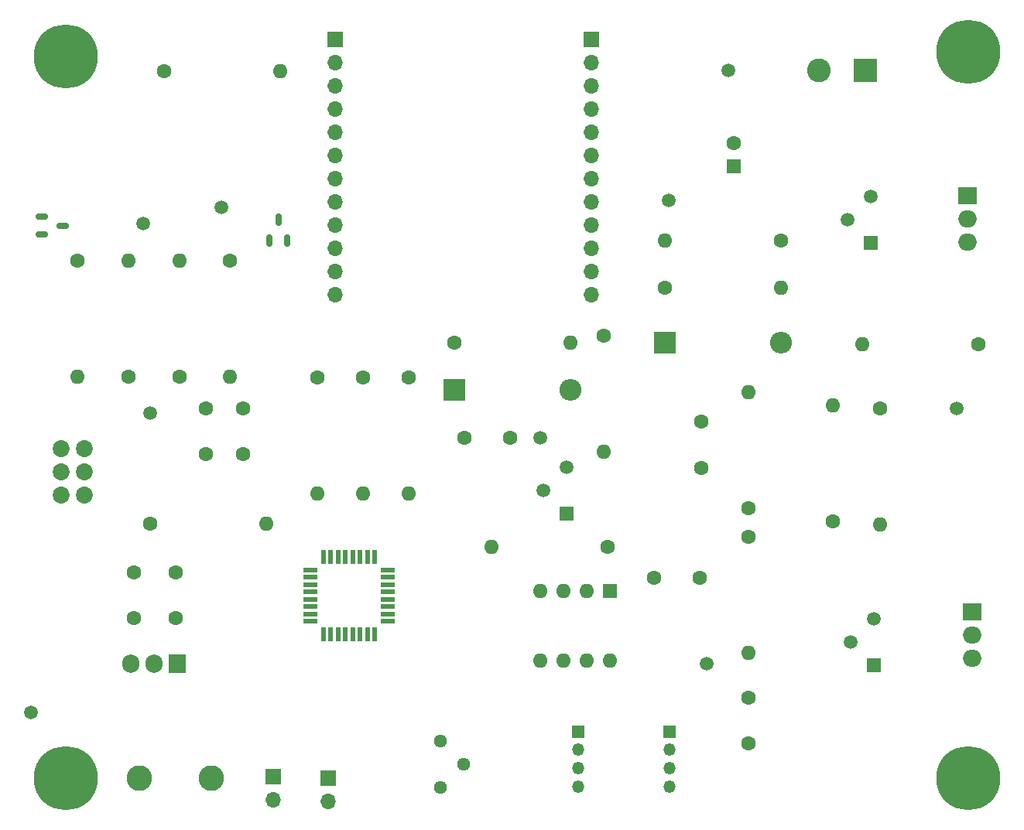
<source format=gts>
%TF.GenerationSoftware,KiCad,Pcbnew,8.0.4*%
%TF.CreationDate,2024-11-25T19:05:08-08:00*%
%TF.ProjectId,Senior Design,53656e69-6f72-4204-9465-7369676e2e6b,rev?*%
%TF.SameCoordinates,Original*%
%TF.FileFunction,Soldermask,Top*%
%TF.FilePolarity,Negative*%
%FSLAX46Y46*%
G04 Gerber Fmt 4.6, Leading zero omitted, Abs format (unit mm)*
G04 Created by KiCad (PCBNEW 8.0.4) date 2024-11-25 19:05:08*
%MOMM*%
%LPD*%
G01*
G04 APERTURE LIST*
G04 Aperture macros list*
%AMRoundRect*
0 Rectangle with rounded corners*
0 $1 Rounding radius*
0 $2 $3 $4 $5 $6 $7 $8 $9 X,Y pos of 4 corners*
0 Add a 4 corners polygon primitive as box body*
4,1,4,$2,$3,$4,$5,$6,$7,$8,$9,$2,$3,0*
0 Add four circle primitives for the rounded corners*
1,1,$1+$1,$2,$3*
1,1,$1+$1,$4,$5*
1,1,$1+$1,$6,$7*
1,1,$1+$1,$8,$9*
0 Add four rect primitives between the rounded corners*
20,1,$1+$1,$2,$3,$4,$5,0*
20,1,$1+$1,$4,$5,$6,$7,0*
20,1,$1+$1,$6,$7,$8,$9,0*
20,1,$1+$1,$8,$9,$2,$3,0*%
G04 Aperture macros list end*
%ADD10C,1.600000*%
%ADD11R,1.350000X1.350000*%
%ADD12O,1.350000X1.350000*%
%ADD13C,1.500000*%
%ADD14R,1.600000X1.600000*%
%ADD15O,1.600000X1.600000*%
%ADD16C,1.854000*%
%ADD17R,1.500000X1.500000*%
%ADD18C,2.800000*%
%ADD19R,2.600000X2.600000*%
%ADD20C,2.600000*%
%ADD21RoundRect,0.150000X0.150000X-0.512500X0.150000X0.512500X-0.150000X0.512500X-0.150000X-0.512500X0*%
%ADD22C,3.900000*%
%ADD23C,7.000000*%
%ADD24R,2.400000X2.400000*%
%ADD25O,2.400000X2.400000*%
%ADD26R,1.700000X1.700000*%
%ADD27O,1.700000X1.700000*%
%ADD28R,0.550000X1.600000*%
%ADD29R,1.600000X0.550000*%
%ADD30R,2.000000X1.905000*%
%ADD31O,2.000000X1.905000*%
%ADD32R,1.905000X2.000000*%
%ADD33O,1.905000X2.000000*%
%ADD34RoundRect,0.150000X-0.512500X-0.150000X0.512500X-0.150000X0.512500X0.150000X-0.512500X0.150000X0*%
%ADD35C,1.440000*%
G04 APERTURE END LIST*
D10*
%TO.C,C3*%
X119900000Y-111600000D03*
X124900000Y-111600000D03*
%TD*%
D11*
%TO.C,J6*%
X121600000Y-128400000D03*
D12*
X121600000Y-130400000D03*
X121600000Y-132400000D03*
X121600000Y-134400000D03*
%TD*%
D13*
%TO.C,TP3*%
X64000000Y-72800000D03*
%TD*%
D14*
%TO.C,C6*%
X128600000Y-66500000D03*
D10*
X128600000Y-64000000D03*
%TD*%
%TO.C,R10*%
X130200000Y-103950000D03*
D15*
X130200000Y-91250000D03*
%TD*%
D10*
%TO.C,R9*%
X88000000Y-89650000D03*
D15*
X88000000Y-102350000D03*
%TD*%
D16*
%TO.C,J4*%
X57540000Y-102500000D03*
X55000000Y-102500000D03*
X57540000Y-99960000D03*
X55000000Y-99960000D03*
X57540000Y-97420000D03*
X55000000Y-97420000D03*
%TD*%
D10*
%TO.C,C9*%
X70866000Y-93004000D03*
X70866000Y-98004000D03*
%TD*%
%TO.C,R14*%
X139400000Y-105350000D03*
D15*
X139400000Y-92650000D03*
%TD*%
D10*
%TO.C,R18*%
X133750000Y-74650000D03*
D15*
X121050000Y-74650000D03*
%TD*%
D10*
%TO.C,R4*%
X62366666Y-89550000D03*
D15*
X62366666Y-76850000D03*
%TD*%
D10*
%TO.C,R6*%
X66294000Y-56134000D03*
D15*
X78994000Y-56134000D03*
%TD*%
D10*
%TO.C,R3*%
X67933332Y-89550000D03*
D15*
X67933332Y-76850000D03*
%TD*%
D17*
%TO.C,Q4*%
X143530000Y-74915000D03*
D13*
X140990000Y-72375000D03*
X143530000Y-69835000D03*
%TD*%
D18*
%TO.C,J1*%
X71400000Y-133500000D03*
%TD*%
D10*
%TO.C,R8*%
X121050000Y-79800000D03*
D15*
X133750000Y-79800000D03*
%TD*%
D19*
%TO.C,J10*%
X143000000Y-56000000D03*
D20*
X137920000Y-56000000D03*
%TD*%
D21*
%TO.C,Q2*%
X77820000Y-74677500D03*
X79720000Y-74677500D03*
X78770000Y-72402500D03*
%TD*%
D10*
%TO.C,R11*%
X130200000Y-107050000D03*
D15*
X130200000Y-119750000D03*
%TD*%
D17*
%TO.C,Q5*%
X143950000Y-121140000D03*
D13*
X141410000Y-118600000D03*
X143950000Y-116060000D03*
%TD*%
D10*
%TO.C,R2*%
X73500000Y-76850000D03*
D15*
X73500000Y-89550000D03*
%TD*%
D10*
%TO.C,R7*%
X83000000Y-89650000D03*
D15*
X83000000Y-102350000D03*
%TD*%
D10*
%TO.C,R1*%
X56800000Y-76850000D03*
D15*
X56800000Y-89550000D03*
%TD*%
D10*
%TO.C,R16*%
X144600000Y-93000000D03*
D15*
X144600000Y-105700000D03*
%TD*%
D22*
%TO.C,H1*%
X55500000Y-54500000D03*
D23*
X55500000Y-54500000D03*
%TD*%
D24*
%TO.C,D2*%
X98050000Y-91000000D03*
D25*
X110750000Y-91000000D03*
%TD*%
D13*
%TO.C,TP4*%
X72500000Y-71000000D03*
%TD*%
D26*
%TO.C,J9*%
X113000000Y-52600000D03*
D27*
X113000000Y-55140000D03*
X113000000Y-57680000D03*
X113000000Y-60220000D03*
X113000000Y-62760000D03*
X113000000Y-65300000D03*
X113000000Y-67840000D03*
X113000000Y-70380000D03*
X113000000Y-72920000D03*
X113000000Y-75460000D03*
X113000000Y-78000000D03*
X113000000Y-80540000D03*
%TD*%
D17*
%TO.C,Q3*%
X110270000Y-104540000D03*
D13*
X107730000Y-102000000D03*
X110270000Y-99460000D03*
%TD*%
D10*
%TO.C,R19*%
X114400000Y-85050000D03*
D15*
X114400000Y-97750000D03*
%TD*%
D10*
%TO.C,C10*%
X125000000Y-99500000D03*
X125000000Y-94500000D03*
%TD*%
D13*
%TO.C,TPQ2*%
X153000000Y-93000000D03*
%TD*%
%TO.C,Analog1*%
X121500000Y-70250000D03*
%TD*%
D10*
%TO.C,R17*%
X155350000Y-86000000D03*
D15*
X142650000Y-86000000D03*
%TD*%
D13*
%TO.C,20v1*%
X125600000Y-121000000D03*
%TD*%
%TO.C,PAOut1*%
X128000000Y-56000000D03*
%TD*%
D10*
%TO.C,C4*%
X99100000Y-96200000D03*
X104100000Y-96200000D03*
%TD*%
D28*
%TO.C,U2*%
X83700000Y-117750000D03*
X84500000Y-117750000D03*
X85300000Y-117750000D03*
X86100000Y-117750000D03*
X86900000Y-117750000D03*
X87700000Y-117750000D03*
X88500000Y-117750000D03*
X89300000Y-117750000D03*
D29*
X90750000Y-116300000D03*
X90750000Y-115500000D03*
X90750000Y-114700000D03*
X90750000Y-113900000D03*
X90750000Y-113100000D03*
X90750000Y-112300000D03*
X90750000Y-111500000D03*
X90750000Y-110700000D03*
D28*
X89300000Y-109250000D03*
X88500000Y-109250000D03*
X87700000Y-109250000D03*
X86900000Y-109250000D03*
X86100000Y-109250000D03*
X85300000Y-109250000D03*
X84500000Y-109250000D03*
X83700000Y-109250000D03*
D29*
X82250000Y-110700000D03*
X82250000Y-111500000D03*
X82250000Y-112300000D03*
X82250000Y-113100000D03*
X82250000Y-113900000D03*
X82250000Y-114700000D03*
X82250000Y-115500000D03*
X82250000Y-116300000D03*
%TD*%
D18*
%TO.C,J2*%
X63600000Y-133500000D03*
%TD*%
D26*
%TO.C,J7*%
X84200000Y-133525000D03*
D27*
X84200000Y-136065000D03*
%TD*%
D26*
%TO.C,J3*%
X78200000Y-133325000D03*
D27*
X78200000Y-135865000D03*
%TD*%
D10*
%TO.C,C5*%
X130200000Y-124700000D03*
X130200000Y-129700000D03*
%TD*%
%TO.C,C8*%
X74916000Y-93004000D03*
X74916000Y-98004000D03*
%TD*%
D30*
%TO.C,Q7*%
X154178000Y-69695000D03*
D31*
X154178000Y-72235000D03*
X154178000Y-74775000D03*
%TD*%
D24*
%TO.C,D1*%
X121050000Y-85800000D03*
D25*
X133750000Y-85800000D03*
%TD*%
D26*
%TO.C,J8*%
X85000000Y-52600000D03*
D27*
X85000000Y-55140000D03*
X85000000Y-57680000D03*
X85000000Y-60220000D03*
X85000000Y-62760000D03*
X85000000Y-65300000D03*
X85000000Y-67840000D03*
X85000000Y-70380000D03*
X85000000Y-72920000D03*
X85000000Y-75460000D03*
X85000000Y-78000000D03*
X85000000Y-80540000D03*
%TD*%
D13*
%TO.C,TP1*%
X51740000Y-126305000D03*
%TD*%
D32*
%TO.C,U1*%
X67740000Y-121000000D03*
D33*
X65200000Y-121000000D03*
X62660000Y-121000000D03*
%TD*%
D10*
%TO.C,R12*%
X114750000Y-108200000D03*
D15*
X102050000Y-108200000D03*
%TD*%
D10*
%TO.C,C1*%
X63000000Y-116000000D03*
X63000000Y-111000000D03*
%TD*%
D22*
%TO.C,H2*%
X154200000Y-133500000D03*
D23*
X154200000Y-133500000D03*
%TD*%
D34*
%TO.C,Q1*%
X52862500Y-72050000D03*
X52862500Y-73950000D03*
X55137500Y-73000000D03*
%TD*%
D10*
%TO.C,C2*%
X67500000Y-111000000D03*
X67500000Y-116000000D03*
%TD*%
D35*
%TO.C,RV1*%
X96515000Y-134540000D03*
X99055000Y-132000000D03*
X96515000Y-129460000D03*
%TD*%
D30*
%TO.C,Q6*%
X154686000Y-115270000D03*
D31*
X154686000Y-117810000D03*
X154686000Y-120350000D03*
%TD*%
D22*
%TO.C,H3*%
X154200000Y-54000000D03*
D23*
X154200000Y-54000000D03*
%TD*%
D14*
%TO.C,U3*%
X115000000Y-113000000D03*
D15*
X112460000Y-113000000D03*
X109920000Y-113000000D03*
X107380000Y-113000000D03*
X107380000Y-120620000D03*
X109920000Y-120620000D03*
X112460000Y-120620000D03*
X115000000Y-120620000D03*
%TD*%
D22*
%TO.C,H4*%
X55500000Y-133500000D03*
D23*
X55500000Y-133500000D03*
%TD*%
D13*
%TO.C,TP2*%
X64770000Y-93500000D03*
%TD*%
D10*
%TO.C,R13*%
X93000000Y-89650000D03*
D15*
X93000000Y-102350000D03*
%TD*%
D10*
%TO.C,R15*%
X98050000Y-85800000D03*
D15*
X110750000Y-85800000D03*
%TD*%
D13*
%TO.C,TPQ1*%
X107400000Y-96200000D03*
%TD*%
D10*
%TO.C,R5*%
X64770000Y-105664000D03*
D15*
X77470000Y-105664000D03*
%TD*%
D11*
%TO.C,J5*%
X111600000Y-128400000D03*
D12*
X111600000Y-130400000D03*
X111600000Y-132400000D03*
X111600000Y-134400000D03*
%TD*%
M02*

</source>
